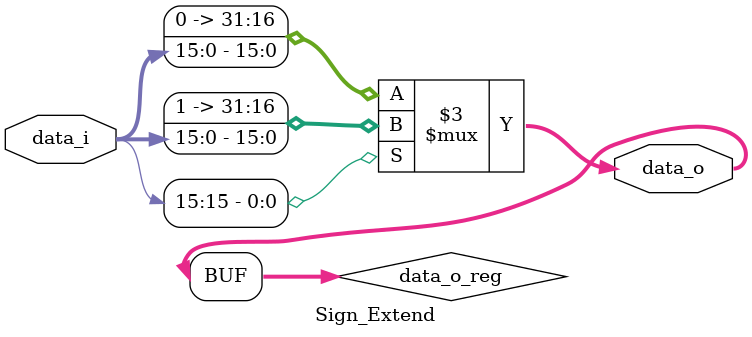
<source format=v>
module Sign_Extend(
    data_i,
    data_o
    );
               
// I/O ports
input   [16-1:0] data_i;

output  [32-1:0] data_o;

// Internal Signals
reg [32-1:0] data_o_reg;

// Main function
always @(*) begin
    if(data_i[15]) begin
        data_o_reg = {16'b1111111111111111, data_i};
    end else begin
        data_o_reg = {16'b0000000000000000, data_i};
    end
end
assign data_o = data_o_reg;
endmodule
  
     
</source>
